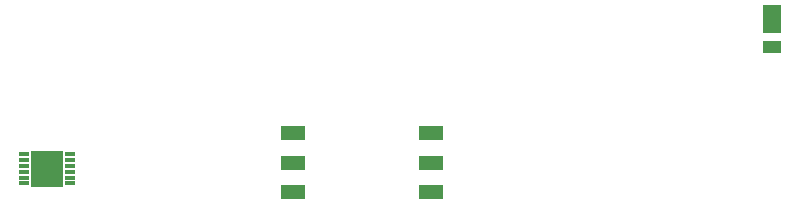
<source format=gtp>
G04*
G04 #@! TF.GenerationSoftware,Altium Limited,Altium Designer,24.2.2 (26)*
G04*
G04 Layer_Color=8421504*
%FSLAX44Y44*%
%MOMM*%
G71*
G04*
G04 #@! TF.SameCoordinates,EC8B54CE-386E-4826-8866-03C4CD91BE24*
G04*
G04*
G04 #@! TF.FilePolarity,Positive*
G04*
G01*
G75*
%ADD15R,2.0800X1.1700*%
%ADD16R,2.7000X3.1000*%
%ADD17R,0.8500X0.3000*%
%ADD18R,1.5000X2.4000*%
%ADD19R,1.5000X1.0500*%
D15*
X794900Y1118470D02*
D03*
Y1093470D02*
D03*
Y1068470D02*
D03*
X678300D02*
D03*
Y1093470D02*
D03*
Y1118470D02*
D03*
D16*
X469900Y1088390D02*
D03*
D17*
X489400Y1100890D02*
D03*
Y1095890D02*
D03*
Y1090890D02*
D03*
Y1085890D02*
D03*
Y1080890D02*
D03*
Y1075890D02*
D03*
X450400D02*
D03*
Y1080890D02*
D03*
Y1085890D02*
D03*
Y1090890D02*
D03*
Y1095890D02*
D03*
Y1100890D02*
D03*
D18*
X1083310Y1215000D02*
D03*
D19*
Y1191250D02*
D03*
M02*

</source>
